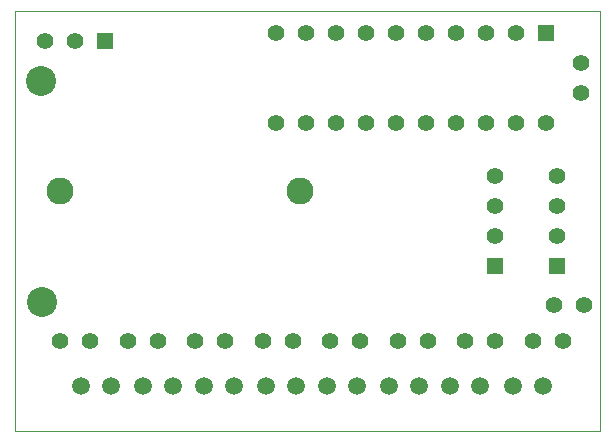
<source format=gts>
G04 (created by PCBNEW (2013-07-07 BZR 4022)-stable) date 06/07/2014 17:43:10*
%MOIN*%
G04 Gerber Fmt 3.4, Leading zero omitted, Abs format*
%FSLAX34Y34*%
G01*
G70*
G90*
G04 APERTURE LIST*
%ADD10C,0.00590551*%
%ADD11C,0.00393701*%
%ADD12C,0.0590551*%
%ADD13C,0.09*%
%ADD14R,0.055X0.055*%
%ADD15C,0.055*%
%ADD16C,0.1*%
G04 APERTURE END LIST*
G54D10*
G54D11*
X34000Y-22000D02*
X34000Y-28000D01*
X53500Y-22000D02*
X34000Y-22000D01*
X53500Y-36000D02*
X53500Y-22000D01*
X34000Y-36000D02*
X53500Y-36000D01*
X34000Y-28000D02*
X34000Y-36000D01*
G54D12*
X36200Y-34500D03*
X37200Y-34500D03*
G54D13*
X35500Y-28000D03*
X43500Y-28000D03*
G54D14*
X52050Y-30500D03*
G54D15*
X52050Y-29500D03*
X52050Y-28500D03*
X52050Y-27500D03*
G54D14*
X50000Y-30500D03*
G54D15*
X50000Y-29500D03*
X50000Y-28500D03*
X50000Y-27500D03*
G54D14*
X37000Y-23000D03*
G54D15*
X36000Y-23000D03*
X35000Y-23000D03*
X51250Y-33000D03*
X52250Y-33000D03*
X49000Y-33000D03*
X50000Y-33000D03*
X46750Y-33000D03*
X47750Y-33000D03*
X44500Y-33000D03*
X45500Y-33000D03*
X42250Y-33000D03*
X43250Y-33000D03*
X40000Y-33000D03*
X41000Y-33000D03*
X37750Y-33000D03*
X38750Y-33000D03*
X35500Y-33000D03*
X36500Y-33000D03*
G54D12*
X50600Y-34500D03*
X51600Y-34500D03*
X48500Y-34500D03*
X49500Y-34500D03*
X46450Y-34500D03*
X47450Y-34500D03*
X44400Y-34500D03*
X45400Y-34500D03*
X42350Y-34500D03*
X43350Y-34500D03*
X40300Y-34500D03*
X41300Y-34500D03*
X38250Y-34500D03*
X39250Y-34500D03*
G54D14*
X51700Y-22750D03*
G54D15*
X50700Y-22750D03*
X49700Y-22750D03*
X48700Y-22750D03*
X47700Y-22750D03*
X46700Y-22750D03*
X45700Y-22750D03*
X44700Y-22750D03*
X43700Y-22750D03*
X42700Y-22750D03*
X42700Y-25750D03*
X43700Y-25750D03*
X44700Y-25750D03*
X45700Y-25750D03*
X46700Y-25750D03*
X47700Y-25750D03*
X48700Y-25750D03*
X49700Y-25750D03*
X50700Y-25750D03*
X51700Y-25750D03*
X51950Y-31800D03*
X52950Y-31800D03*
X52850Y-23750D03*
X52850Y-24750D03*
G54D16*
X34850Y-24350D03*
X34900Y-31700D03*
M02*

</source>
